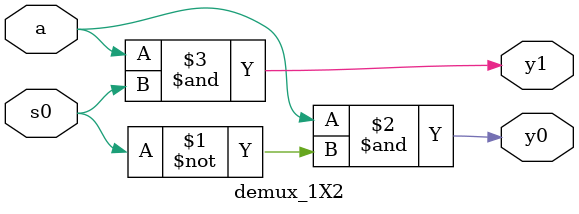
<source format=v>
`timescale 1ns / 1ps


module demux_1X2( input a,s0 , output y0,y1);
assign y0= a & ~s0 ;
assign y1= a &  s0 ;
endmodule
</source>
